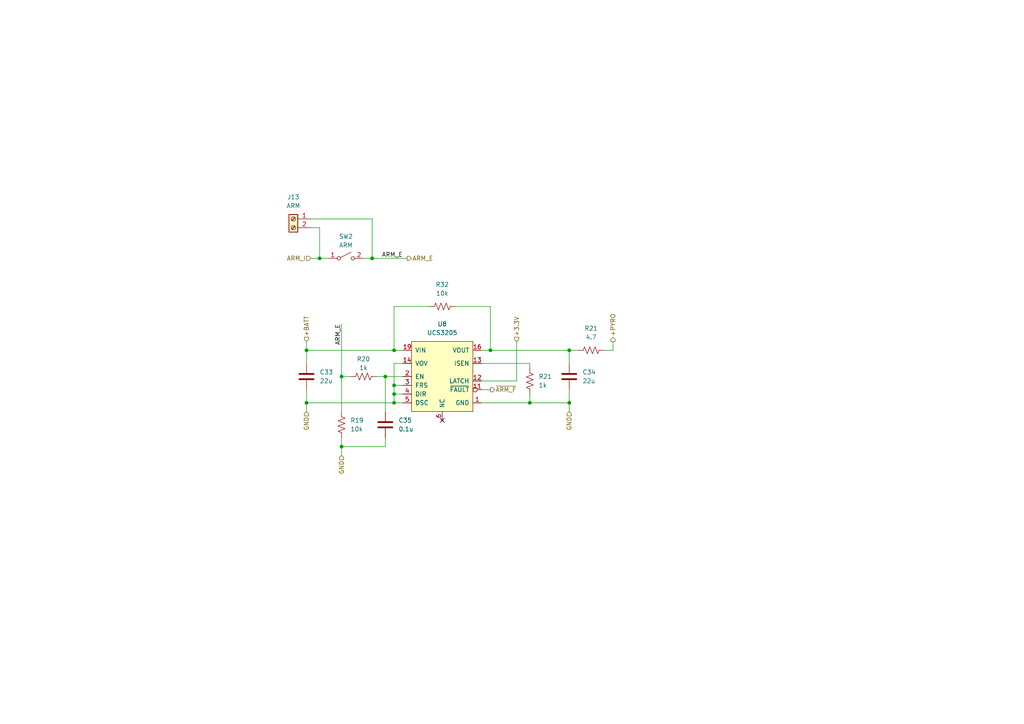
<source format=kicad_sch>
(kicad_sch (version 20230121) (generator eeschema)
  (paper "A4")
  (lib_symbols
    (symbol "Connector:Screw_Terminal_01x02" (pin_names (offset 1.016) hide)
      (property "Reference" "J" (at 0 2.54 0))
      (property "Value" "Screw_Terminal_01x02" (at 0 -5.08 0))
      (symbol "Screw_Terminal_01x02_1_1"
        (rectangle (start -1.27 1.27) (end 1.27 -3.81) (stroke (width 0.254)) (fill (type background)))
        (circle (center 0 -2.54) (radius 0.635) (stroke (width 0.1524)))
        (polyline (pts (xy -0.5334 -2.2098) (xy 0.3302 -3.048)) (stroke (width 0.1524)))
        (polyline (pts (xy -0.5334 0.3302) (xy 0.3302 -0.508)) (stroke (width 0.1524)))
        (polyline (pts (xy -0.3556 -2.032) (xy 0.508 -2.8702)) (stroke (width 0.1524)))
        (polyline (pts (xy -0.3556 0.508) (xy 0.508 -0.3302)) (stroke (width 0.1524)))
        (circle (center 0 0) (radius 0.635) (stroke (width 0.1524)))
        (pin passive line (at -5.08 0 0) (length 3.81) (name "Pin_1") (number "1"))
        (pin passive line (at -5.08 -2.54 0) (length 3.81) (name "Pin_2") (number "2"))
      )
    )
    (symbol "Device:C" (pin_numbers hide) (pin_names (offset 0.254))
      (property "Reference" "C" (at 0.635 2.54 0))
      (property "Value" "C" (at 0.635 -2.54 0))
      (symbol "C_0_1"
        (polyline (pts (xy -2.032 -0.762) (xy 2.032 -0.762)) (stroke (width 0.508)))
        (polyline (pts (xy -2.032 0.762) (xy 2.032 0.762)) (stroke (width 0.508)))
      )
      (symbol "C_1_1"
        (pin passive line (at 0 3.81 270) (length 2.794) (name "~") (number "1"))
        (pin passive line (at 0 -3.81 90) (length 2.794) (name "~") (number "2"))
      )
    )
    (symbol "Device:R_US" (pin_numbers hide) (pin_names (offset 0))
      (property "Reference" "R" (at 2.54 0 90))
      (property "Value" "R_US" (at -2.54 0 90))
      (symbol "R_US_0_1"
        (polyline (pts (xy 0 -2.286) (xy 0 -2.54)))
        (polyline (pts (xy 0 2.286) (xy 0 2.54)))
        (polyline (pts (xy 0 -0.762) (xy 1.016 -1.143) (xy 0 -1.524) (xy -1.016 -1.905) (xy 0 -2.286)))
        (polyline (pts (xy 0 0.762) (xy 1.016 0.381) (xy 0 0) (xy -1.016 -0.381) (xy 0 -0.762)))
        (polyline (pts (xy 0 2.286) (xy 1.016 1.905) (xy 0 1.524) (xy -1.016 1.143) (xy 0 0.762)))
      )
      (symbol "R_US_1_1"
        (pin passive line (at 0 3.81 270) (length 1.27) (name "~") (number "1"))
        (pin passive line (at 0 -3.81 90) (length 1.27) (name "~") (number "2"))
      )
    )
    (symbol "Switch:SW_SPST" (pin_names (offset 0) hide)
      (property "Reference" "SW" (at 0 3.175 0))
      (property "Value" "SW_SPST" (at 0 -2.54 0))
      (symbol "SW_SPST_0_0"
        (circle (center -2.032 0) (radius 0.508))
        (polyline (pts (xy -1.524 0.254) (xy 1.524 1.778)))
        (circle (center 2.032 0) (radius 0.508))
      )
      (symbol "SW_SPST_1_1"
        (pin passive line (at -5.08 0 0) (length 2.54) (name "A") (number "1"))
        (pin passive line (at 5.08 0 180) (length 2.54) (name "B") (number "2"))
      )
    )
    (symbol "erlib:UCS3205" (pin_names (offset 1.016))
      (property "Reference" "U" (at 0 11.43 0))
      (property "Value" "UCS3205" (at 0 13.97 0))
      (symbol "UCS3205_0_1"
        (rectangle (start -8.89 10.16) (end 8.89 -10.16) (fill (type background)))
      )
      (symbol "UCS3205_1_1"
        (pin power_in line (at 11.43 -7.62 180) (length 2.54) (name "GND") (number "1"))
        (pin no_connect line (at 0 -12.7 90) (length 2.54) hide (name "NC") (number "10"))
        (pin output inverted (at 11.43 -3.81 180) (length 2.54) (name "~{FAULT}") (number "11"))
        (pin output line (at 11.43 -1.27 180) (length 2.54) (name "LATCH") (number "12"))
        (pin output line (at 11.43 3.81 180) (length 2.54) (name "ISEN") (number "13"))
        (pin input line (at -11.43 3.81 0) (length 2.54) (name "VOV") (number "14"))
        (pin power_in line (at 11.43 -7.62 180) (length 2.54) hide (name "GND") (number "15"))
        (pin power_out line (at 11.43 7.62 180) (length 2.54) (name "VOUT") (number "16"))
        (pin power_out line (at 11.43 7.62 180) (length 2.54) hide (name "VOUT") (number "17"))
        (pin power_in line (at -11.43 7.62 0) (length 2.54) (name "VIN") (number "19"))
        (pin input line (at -11.43 0 0) (length 2.54) (name "EN") (number "2"))
        (pin power_in line (at -11.43 7.62 0) (length 2.54) hide (name "VOUT") (number "20"))
        (pin power_out line (at 11.43 7.62 180) (length 2.54) hide (name "VOUT") (number "21"))
        (pin power_in line (at -11.43 7.62 0) (length 2.54) hide (name "VIN") (number "22"))
        (pin input line (at -11.43 -2.54 0) (length 2.54) (name "FRS") (number "3"))
        (pin input line (at -11.43 -5.08 0) (length 2.54) (name "DIR") (number "4"))
        (pin input line (at -11.43 -7.62 0) (length 2.54) (name "DSC") (number "5"))
        (pin no_connect line (at 0 -12.7 90) (length 2.54) (name "NC") (number "6"))
        (pin no_connect line (at 0 -12.7 90) (length 2.54) hide (name "NC") (number "7"))
        (pin no_connect line (at 0 -12.7 90) (length 2.54) hide (name "NC") (number "8"))
        (pin no_connect line (at 0 -12.7 90) (length 2.54) hide (name "NC") (number "9"))
      )
    )
  )
  (junction (at 114.3 101.6))
  (junction (at 88.9 101.6))
  (junction (at 88.9 116.84))
  (junction (at 114.3 114.3))
  (junction (at 165.1 116.84))
  (junction (at 99.06 129.54))
  (junction (at 99.06 109.22))
  (junction (at 114.3 116.84))
  (junction (at 107.95 74.93))
  (junction (at 165.1 101.6))
  (junction (at 92.71 74.93))
  (junction (at 142.24 101.6))
  (junction (at 114.3 111.76))
  (junction (at 111.76 109.22))
  (junction (at 153.67 116.84))
  (no_connect (at 128.27 121.92))
  (wire (pts (xy 92.71 66.04) (xy 92.71 74.93)))
  (wire (pts (xy 88.9 116.84) (xy 88.9 119.38)))
  (wire (pts (xy 149.86 110.49) (xy 149.86 99.06)))
  (wire (pts (xy 153.67 114.3) (xy 153.67 116.84)))
  (wire (pts (xy 153.67 105.41) (xy 153.67 106.68)))
  (wire (pts (xy 99.06 93.98) (xy 99.06 109.22)))
  (wire (pts (xy 165.1 101.6) (xy 165.1 105.41)))
  (wire (pts (xy 114.3 88.9) (xy 114.3 101.6)))
  (wire (pts (xy 139.7 116.84) (xy 153.67 116.84)))
  (wire (pts (xy 175.26 101.6) (xy 177.8 101.6)))
  (wire (pts (xy 111.76 127) (xy 111.76 129.54)))
  (wire (pts (xy 124.46 88.9) (xy 114.3 88.9)))
  (wire (pts (xy 111.76 109.22) (xy 116.84 109.22)))
  (wire (pts (xy 99.06 129.54) (xy 99.06 132.08)))
  (wire (pts (xy 165.1 116.84) (xy 165.1 119.38)))
  (wire (pts (xy 114.3 114.3) (xy 116.84 114.3)))
  (wire (pts (xy 114.3 111.76) (xy 116.84 111.76)))
  (wire (pts (xy 116.84 105.41) (xy 114.3 105.41)))
  (wire (pts (xy 114.3 116.84) (xy 88.9 116.84)))
  (wire (pts (xy 107.95 74.93) (xy 118.11 74.93)))
  (wire (pts (xy 153.67 116.84) (xy 165.1 116.84)))
  (wire (pts (xy 114.3 116.84) (xy 116.84 116.84)))
  (wire (pts (xy 92.71 74.93) (xy 95.25 74.93)))
  (wire (pts (xy 114.3 111.76) (xy 114.3 114.3)))
  (wire (pts (xy 90.17 63.5) (xy 107.95 63.5)))
  (wire (pts (xy 132.08 88.9) (xy 142.24 88.9)))
  (wire (pts (xy 111.76 109.22) (xy 111.76 119.38)))
  (wire (pts (xy 114.3 101.6) (xy 116.84 101.6)))
  (wire (pts (xy 88.9 113.03) (xy 88.9 116.84)))
  (wire (pts (xy 99.06 129.54) (xy 111.76 129.54)))
  (wire (pts (xy 165.1 101.6) (xy 167.64 101.6)))
  (wire (pts (xy 107.95 63.5) (xy 107.95 74.93)))
  (wire (pts (xy 142.24 88.9) (xy 142.24 101.6)))
  (wire (pts (xy 88.9 101.6) (xy 88.9 105.41)))
  (wire (pts (xy 139.7 105.41) (xy 153.67 105.41)))
  (wire (pts (xy 99.06 109.22) (xy 99.06 119.38)))
  (wire (pts (xy 165.1 113.03) (xy 165.1 116.84)))
  (wire (pts (xy 105.41 74.93) (xy 107.95 74.93)))
  (wire (pts (xy 139.7 110.49) (xy 149.86 110.49)))
  (wire (pts (xy 139.7 101.6) (xy 142.24 101.6)))
  (wire (pts (xy 88.9 101.6) (xy 114.3 101.6)))
  (wire (pts (xy 90.17 74.93) (xy 92.71 74.93)))
  (wire (pts (xy 114.3 114.3) (xy 114.3 116.84)))
  (wire (pts (xy 99.06 127) (xy 99.06 129.54)))
  (wire (pts (xy 90.17 66.04) (xy 92.71 66.04)))
  (wire (pts (xy 99.06 109.22) (xy 101.6 109.22)))
  (wire (pts (xy 109.22 109.22) (xy 111.76 109.22)))
  (wire (pts (xy 88.9 99.06) (xy 88.9 101.6)))
  (wire (pts (xy 142.24 101.6) (xy 165.1 101.6)))
  (wire (pts (xy 114.3 105.41) (xy 114.3 111.76)))
  (wire (pts (xy 177.8 99.06) (xy 177.8 101.6)))
  (wire (pts (xy 139.7 113.03) (xy 142.24 113.03)))
  (label "ARM_E" (at 116.84 74.93 180))
  (label "ARM_E" (at 99.06 93.98 270))
  (hierarchical_label "+BATT" (shape input) (at 88.9 99.06 90))
  (hierarchical_label "GND" (shape input) (at 88.9 119.38 270))
  (hierarchical_label "ARM_I" (shape input) (at 90.17 74.93 180))
  (hierarchical_label "ARM_E" (shape output) (at 118.11 74.93 0))
  (hierarchical_label "+3.3V" (shape input) (at 149.86 99.06 90))
  (hierarchical_label "GND" (shape input) (at 165.1 119.38 270))
  (hierarchical_label "+PYRO" (shape output) (at 177.8 99.06 90))
  (hierarchical_label "~{ARM_F}" (shape output) (at 142.24 113.03 0))
  (hierarchical_label "GND" (shape input) (at 99.06 132.08 270))
  (symbol (lib_id "Device:C") (at 111.76 123.19 0) (unit 1)
    (property "Reference" "C35" (at 115.57 121.92 0) (effects (justify left)))
    (property "Value" "0.1u" (at 115.57 124.46 0) (effects (justify left)))
    (property "Footprint" "Capacitor_SMD:C_0603_1608Metric" (effects hide))
    (instances (project "av2324" (path "" (reference "C35") (unit 1)) (path "" (reference "C28") (unit 1))))
  )
  (symbol (lib_id "Device:R_US") (at 171.45 101.6 270) (unit 1)
    (property "Reference" "R21" (at 171.45 95.25 90))
    (property "Value" "4.7" (at 171.45 97.79 90))
    (property "Footprint" "Resistor_SMD:R_1206_3216Metric" (effects hide))
    (instances (project "av2324" (path "" (reference "R21") (unit 1)) (path "" (reference "R11") (unit 1))))
  )
  (symbol (lib_id "Switch:SW_SPST") (at 100.33 74.93 0) (unit 1)
    (property "Reference" "SW2" (at 100.33 68.58 0))
    (property "Value" "ARM" (at 100.33 71.12 0))
    (property "Footprint" "Button_Switch_SMD:SW_SPDT_PCM12" (effects hide))
    (instances (project "av2324" (path "" (reference "SW2") (unit 1)) (path "" (reference "SW3") (unit 1))))
  )
  (symbol (lib_id "Device:R_US") (at 99.06 123.19 180) (unit 1)
    (property "Reference" "R19" (at 101.6 121.92 0) (effects (justify right)))
    (property "Value" "10k" (at 101.6 124.46 0) (effects (justify right)))
    (property "Footprint" "Resistor_SMD:R_0603_1608Metric" (effects hide))
    (instances (project "av2324" (path "" (reference "R19") (unit 1)) (path "" (reference "R14") (unit 1))))
  )
  (symbol (lib_id "erlib:UCS3205") (at 128.27 109.22 0) (unit 1)
    (property "Reference" "U8" (at 128.27 93.98 0))
    (property "Value" "UCS3205" (at 128.27 96.52 0))
    (property "Footprint" "erlib:VQFN19_3.0x3.0mm_2EP" (effects hide))
    (instances (project "av2324" (path "" (reference "U8") (unit 1)) (path "" (reference "U4") (unit 1))))
  )
  (symbol (lib_id "Device:C") (at 165.1 109.22 0) (unit 1)
    (property "Reference" "C34" (at 168.91 107.95 0) (effects (justify left)))
    (property "Value" "22u" (at 168.91 110.49 0) (effects (justify left)))
    (property "Footprint" "Capacitor_SMD:C_0603_1608Metric" (effects hide))
    (instances (project "av2324" (path "" (reference "C34") (unit 1)) (path "" (reference "C27") (unit 1))))
  )
  (symbol (lib_id "Device:R_US") (at 128.27 88.9 90) (unit 1)
    (property "Reference" "R32" (at 128.27 82.55 90))
    (property "Value" "10k" (at 128.27 85.09 90))
    (property "Footprint" "Resistor_SMD:R_0603_1608Metric" (effects hide))
    (instances (project "av2324" (path "" (reference "R32") (unit 1)) (path "" (reference "R10") (unit 1))))
  )
  (symbol (lib_id "Connector:Screw_Terminal_01x02") (at 85.09 63.5 0) (mirror y) (unit 1)
    (property "Reference" "J13" (at 85.09 57.15 0))
    (property "Value" "ARM" (at 85.09 59.69 0))
    (property "Footprint" "TerminalBlock_Phoenix:TerminalBlock_Phoenix_MKDS-1,5-2-5.08_1x02_P5.08mm_Horizontal" (effects hide))
  )
  (symbol (lib_id "Device:C") (at 88.9 109.22 0) (unit 1)
    (property "Reference" "C33" (at 92.71 107.95 0) (effects (justify left)))
    (property "Value" "22u" (at 92.71 110.49 0) (effects (justify left)))
    (property "Footprint" "Capacitor_SMD:C_0603_1608Metric" (effects hide))
    (instances (project "av2324" (path "" (reference "C33") (unit 1)) (path "" (reference "C26") (unit 1))))
  )
  (symbol (lib_id "Device:R_US") (at 105.41 109.22 270) (unit 1)
    (property "Reference" "R20" (at 105.41 104.14 90))
    (property "Value" "1k" (at 105.41 106.68 90))
    (property "Footprint" "Resistor_SMD:R_0603_1608Metric" (effects hide))
    (instances (project "av2324" (path "" (reference "R20") (unit 1)) (path "" (reference "R12") (unit 1))))
  )
  (symbol (lib_id "Device:R_US") (at 153.67 110.49 180) (unit 1)
    (property "Reference" "R21" (at 156.21 109.22 0) (effects (justify right)))
    (property "Value" "1k" (at 156.21 111.76 0) (effects (justify right)))
    (property "Footprint" "Resistor_SMD:R_0603_1608Metric" (effects hide))
    (instances (project "av2324" (path "" (reference "R21") (unit 1)) (path "" (reference "R13") (unit 1))))
  )
)
</source>
